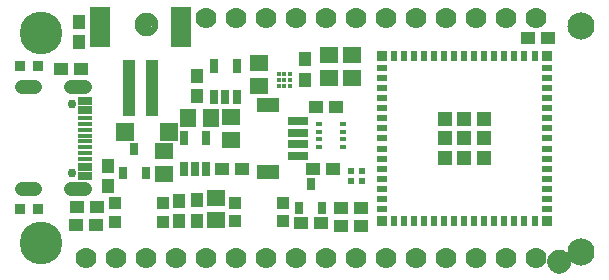
<source format=gbr>
G04 EAGLE Gerber RS-274X export*
G75*
%MOMM*%
%FSLAX34Y34*%
%LPD*%
%INSoldermask Top*%
%IPPOS*%
%AMOC8*
5,1,8,0,0,1.08239X$1,22.5*%
G01*
%ADD10C,2.301600*%
%ADD11R,1.601600X1.341600*%
%ADD12C,1.101600*%
%ADD13C,0.469900*%
%ADD14C,3.617600*%
%ADD15R,0.651600X1.301600*%
%ADD16R,1.501600X1.501600*%
%ADD17C,1.778000*%
%ADD18R,1.101600X4.701600*%
%ADD19R,1.701600X3.501600*%
%ADD20R,0.901600X0.901600*%
%ADD21R,1.176600X1.101600*%
%ADD22R,1.001600X1.001600*%
%ADD23R,1.101600X1.176600*%
%ADD24R,1.341600X1.601600*%
%ADD25R,0.736600X1.117600*%
%ADD26R,1.251600X0.676600*%
%ADD27R,1.251600X0.376600*%
%ADD28C,1.209600*%
%ADD29C,0.751600*%
%ADD30R,0.508000X0.914400*%
%ADD31R,0.914400X0.508000*%
%ADD32R,0.914400X0.914400*%
%ADD33R,1.295400X1.295400*%
%ADD34C,0.376600*%
%ADD35R,1.651600X0.701600*%
%ADD36R,1.901600X1.301600*%
%ADD37R,0.601600X0.601600*%
%ADD38R,0.601600X0.451600*%


D10*
X482600Y18415D03*
X482600Y209550D03*
D11*
X129432Y103430D03*
X129432Y84430D03*
X173378Y64018D03*
X173378Y45018D03*
D12*
X114300Y210820D03*
D13*
X121800Y210820D02*
X121798Y211001D01*
X121791Y211182D01*
X121780Y211363D01*
X121765Y211544D01*
X121745Y211724D01*
X121721Y211904D01*
X121693Y212083D01*
X121660Y212261D01*
X121623Y212438D01*
X121582Y212615D01*
X121537Y212790D01*
X121487Y212965D01*
X121433Y213138D01*
X121375Y213309D01*
X121313Y213480D01*
X121246Y213648D01*
X121176Y213815D01*
X121102Y213981D01*
X121023Y214144D01*
X120941Y214305D01*
X120855Y214465D01*
X120765Y214622D01*
X120671Y214777D01*
X120574Y214930D01*
X120472Y215080D01*
X120368Y215228D01*
X120259Y215374D01*
X120148Y215516D01*
X120032Y215656D01*
X119914Y215793D01*
X119792Y215928D01*
X119667Y216059D01*
X119539Y216187D01*
X119408Y216312D01*
X119273Y216434D01*
X119136Y216552D01*
X118996Y216668D01*
X118854Y216779D01*
X118708Y216888D01*
X118560Y216992D01*
X118410Y217094D01*
X118257Y217191D01*
X118102Y217285D01*
X117945Y217375D01*
X117785Y217461D01*
X117624Y217543D01*
X117461Y217622D01*
X117295Y217696D01*
X117128Y217766D01*
X116960Y217833D01*
X116789Y217895D01*
X116618Y217953D01*
X116445Y218007D01*
X116270Y218057D01*
X116095Y218102D01*
X115918Y218143D01*
X115741Y218180D01*
X115563Y218213D01*
X115384Y218241D01*
X115204Y218265D01*
X115024Y218285D01*
X114843Y218300D01*
X114662Y218311D01*
X114481Y218318D01*
X114300Y218320D01*
X121800Y210820D02*
X121798Y210639D01*
X121791Y210458D01*
X121780Y210277D01*
X121765Y210096D01*
X121745Y209916D01*
X121721Y209736D01*
X121693Y209557D01*
X121660Y209379D01*
X121623Y209202D01*
X121582Y209025D01*
X121537Y208850D01*
X121487Y208675D01*
X121433Y208502D01*
X121375Y208331D01*
X121313Y208160D01*
X121246Y207992D01*
X121176Y207825D01*
X121102Y207659D01*
X121023Y207496D01*
X120941Y207335D01*
X120855Y207175D01*
X120765Y207018D01*
X120671Y206863D01*
X120574Y206710D01*
X120472Y206560D01*
X120368Y206412D01*
X120259Y206266D01*
X120148Y206124D01*
X120032Y205984D01*
X119914Y205847D01*
X119792Y205712D01*
X119667Y205581D01*
X119539Y205453D01*
X119408Y205328D01*
X119273Y205206D01*
X119136Y205088D01*
X118996Y204972D01*
X118854Y204861D01*
X118708Y204752D01*
X118560Y204648D01*
X118410Y204546D01*
X118257Y204449D01*
X118102Y204355D01*
X117945Y204265D01*
X117785Y204179D01*
X117624Y204097D01*
X117461Y204018D01*
X117295Y203944D01*
X117128Y203874D01*
X116960Y203807D01*
X116789Y203745D01*
X116618Y203687D01*
X116445Y203633D01*
X116270Y203583D01*
X116095Y203538D01*
X115918Y203497D01*
X115741Y203460D01*
X115563Y203427D01*
X115384Y203399D01*
X115204Y203375D01*
X115024Y203355D01*
X114843Y203340D01*
X114662Y203329D01*
X114481Y203322D01*
X114300Y203320D01*
X114119Y203322D01*
X113938Y203329D01*
X113757Y203340D01*
X113576Y203355D01*
X113396Y203375D01*
X113216Y203399D01*
X113037Y203427D01*
X112859Y203460D01*
X112682Y203497D01*
X112505Y203538D01*
X112330Y203583D01*
X112155Y203633D01*
X111982Y203687D01*
X111811Y203745D01*
X111640Y203807D01*
X111472Y203874D01*
X111305Y203944D01*
X111139Y204018D01*
X110976Y204097D01*
X110815Y204179D01*
X110655Y204265D01*
X110498Y204355D01*
X110343Y204449D01*
X110190Y204546D01*
X110040Y204648D01*
X109892Y204752D01*
X109746Y204861D01*
X109604Y204972D01*
X109464Y205088D01*
X109327Y205206D01*
X109192Y205328D01*
X109061Y205453D01*
X108933Y205581D01*
X108808Y205712D01*
X108686Y205847D01*
X108568Y205984D01*
X108452Y206124D01*
X108341Y206266D01*
X108232Y206412D01*
X108128Y206560D01*
X108026Y206710D01*
X107929Y206863D01*
X107835Y207018D01*
X107745Y207175D01*
X107659Y207335D01*
X107577Y207496D01*
X107498Y207659D01*
X107424Y207825D01*
X107354Y207992D01*
X107287Y208160D01*
X107225Y208331D01*
X107167Y208502D01*
X107113Y208675D01*
X107063Y208850D01*
X107018Y209025D01*
X106977Y209202D01*
X106940Y209379D01*
X106907Y209557D01*
X106879Y209736D01*
X106855Y209916D01*
X106835Y210096D01*
X106820Y210277D01*
X106809Y210458D01*
X106802Y210639D01*
X106800Y210820D01*
X106802Y211001D01*
X106809Y211182D01*
X106820Y211363D01*
X106835Y211544D01*
X106855Y211724D01*
X106879Y211904D01*
X106907Y212083D01*
X106940Y212261D01*
X106977Y212438D01*
X107018Y212615D01*
X107063Y212790D01*
X107113Y212965D01*
X107167Y213138D01*
X107225Y213309D01*
X107287Y213480D01*
X107354Y213648D01*
X107424Y213815D01*
X107498Y213981D01*
X107577Y214144D01*
X107659Y214305D01*
X107745Y214465D01*
X107835Y214622D01*
X107929Y214777D01*
X108026Y214930D01*
X108128Y215080D01*
X108232Y215228D01*
X108341Y215374D01*
X108452Y215516D01*
X108568Y215656D01*
X108686Y215793D01*
X108808Y215928D01*
X108933Y216059D01*
X109061Y216187D01*
X109192Y216312D01*
X109327Y216434D01*
X109464Y216552D01*
X109604Y216668D01*
X109746Y216779D01*
X109892Y216888D01*
X110040Y216992D01*
X110190Y217094D01*
X110343Y217191D01*
X110498Y217285D01*
X110655Y217375D01*
X110815Y217461D01*
X110976Y217543D01*
X111139Y217622D01*
X111305Y217696D01*
X111472Y217766D01*
X111640Y217833D01*
X111811Y217895D01*
X111982Y217953D01*
X112155Y218007D01*
X112330Y218057D01*
X112505Y218102D01*
X112682Y218143D01*
X112859Y218180D01*
X113037Y218213D01*
X113216Y218241D01*
X113396Y218265D01*
X113576Y218285D01*
X113757Y218300D01*
X113938Y218311D01*
X114119Y218318D01*
X114300Y218320D01*
D12*
X463768Y9976D03*
D13*
X471268Y9976D02*
X471266Y10157D01*
X471259Y10338D01*
X471248Y10519D01*
X471233Y10700D01*
X471213Y10880D01*
X471189Y11060D01*
X471161Y11239D01*
X471128Y11417D01*
X471091Y11594D01*
X471050Y11771D01*
X471005Y11946D01*
X470955Y12121D01*
X470901Y12294D01*
X470843Y12465D01*
X470781Y12636D01*
X470714Y12804D01*
X470644Y12971D01*
X470570Y13137D01*
X470491Y13300D01*
X470409Y13461D01*
X470323Y13621D01*
X470233Y13778D01*
X470139Y13933D01*
X470042Y14086D01*
X469940Y14236D01*
X469836Y14384D01*
X469727Y14530D01*
X469616Y14672D01*
X469500Y14812D01*
X469382Y14949D01*
X469260Y15084D01*
X469135Y15215D01*
X469007Y15343D01*
X468876Y15468D01*
X468741Y15590D01*
X468604Y15708D01*
X468464Y15824D01*
X468322Y15935D01*
X468176Y16044D01*
X468028Y16148D01*
X467878Y16250D01*
X467725Y16347D01*
X467570Y16441D01*
X467413Y16531D01*
X467253Y16617D01*
X467092Y16699D01*
X466929Y16778D01*
X466763Y16852D01*
X466596Y16922D01*
X466428Y16989D01*
X466257Y17051D01*
X466086Y17109D01*
X465913Y17163D01*
X465738Y17213D01*
X465563Y17258D01*
X465386Y17299D01*
X465209Y17336D01*
X465031Y17369D01*
X464852Y17397D01*
X464672Y17421D01*
X464492Y17441D01*
X464311Y17456D01*
X464130Y17467D01*
X463949Y17474D01*
X463768Y17476D01*
X471268Y9976D02*
X471266Y9795D01*
X471259Y9614D01*
X471248Y9433D01*
X471233Y9252D01*
X471213Y9072D01*
X471189Y8892D01*
X471161Y8713D01*
X471128Y8535D01*
X471091Y8358D01*
X471050Y8181D01*
X471005Y8006D01*
X470955Y7831D01*
X470901Y7658D01*
X470843Y7487D01*
X470781Y7316D01*
X470714Y7148D01*
X470644Y6981D01*
X470570Y6815D01*
X470491Y6652D01*
X470409Y6491D01*
X470323Y6331D01*
X470233Y6174D01*
X470139Y6019D01*
X470042Y5866D01*
X469940Y5716D01*
X469836Y5568D01*
X469727Y5422D01*
X469616Y5280D01*
X469500Y5140D01*
X469382Y5003D01*
X469260Y4868D01*
X469135Y4737D01*
X469007Y4609D01*
X468876Y4484D01*
X468741Y4362D01*
X468604Y4244D01*
X468464Y4128D01*
X468322Y4017D01*
X468176Y3908D01*
X468028Y3804D01*
X467878Y3702D01*
X467725Y3605D01*
X467570Y3511D01*
X467413Y3421D01*
X467253Y3335D01*
X467092Y3253D01*
X466929Y3174D01*
X466763Y3100D01*
X466596Y3030D01*
X466428Y2963D01*
X466257Y2901D01*
X466086Y2843D01*
X465913Y2789D01*
X465738Y2739D01*
X465563Y2694D01*
X465386Y2653D01*
X465209Y2616D01*
X465031Y2583D01*
X464852Y2555D01*
X464672Y2531D01*
X464492Y2511D01*
X464311Y2496D01*
X464130Y2485D01*
X463949Y2478D01*
X463768Y2476D01*
X463587Y2478D01*
X463406Y2485D01*
X463225Y2496D01*
X463044Y2511D01*
X462864Y2531D01*
X462684Y2555D01*
X462505Y2583D01*
X462327Y2616D01*
X462150Y2653D01*
X461973Y2694D01*
X461798Y2739D01*
X461623Y2789D01*
X461450Y2843D01*
X461279Y2901D01*
X461108Y2963D01*
X460940Y3030D01*
X460773Y3100D01*
X460607Y3174D01*
X460444Y3253D01*
X460283Y3335D01*
X460123Y3421D01*
X459966Y3511D01*
X459811Y3605D01*
X459658Y3702D01*
X459508Y3804D01*
X459360Y3908D01*
X459214Y4017D01*
X459072Y4128D01*
X458932Y4244D01*
X458795Y4362D01*
X458660Y4484D01*
X458529Y4609D01*
X458401Y4737D01*
X458276Y4868D01*
X458154Y5003D01*
X458036Y5140D01*
X457920Y5280D01*
X457809Y5422D01*
X457700Y5568D01*
X457596Y5716D01*
X457494Y5866D01*
X457397Y6019D01*
X457303Y6174D01*
X457213Y6331D01*
X457127Y6491D01*
X457045Y6652D01*
X456966Y6815D01*
X456892Y6981D01*
X456822Y7148D01*
X456755Y7316D01*
X456693Y7487D01*
X456635Y7658D01*
X456581Y7831D01*
X456531Y8006D01*
X456486Y8181D01*
X456445Y8358D01*
X456408Y8535D01*
X456375Y8713D01*
X456347Y8892D01*
X456323Y9072D01*
X456303Y9252D01*
X456288Y9433D01*
X456277Y9614D01*
X456270Y9795D01*
X456268Y9976D01*
X456270Y10157D01*
X456277Y10338D01*
X456288Y10519D01*
X456303Y10700D01*
X456323Y10880D01*
X456347Y11060D01*
X456375Y11239D01*
X456408Y11417D01*
X456445Y11594D01*
X456486Y11771D01*
X456531Y11946D01*
X456581Y12121D01*
X456635Y12294D01*
X456693Y12465D01*
X456755Y12636D01*
X456822Y12804D01*
X456892Y12971D01*
X456966Y13137D01*
X457045Y13300D01*
X457127Y13461D01*
X457213Y13621D01*
X457303Y13778D01*
X457397Y13933D01*
X457494Y14086D01*
X457596Y14236D01*
X457700Y14384D01*
X457809Y14530D01*
X457920Y14672D01*
X458036Y14812D01*
X458154Y14949D01*
X458276Y15084D01*
X458401Y15215D01*
X458529Y15343D01*
X458660Y15468D01*
X458795Y15590D01*
X458932Y15708D01*
X459072Y15824D01*
X459214Y15935D01*
X459360Y16044D01*
X459508Y16148D01*
X459658Y16250D01*
X459811Y16347D01*
X459966Y16441D01*
X460123Y16531D01*
X460283Y16617D01*
X460444Y16699D01*
X460607Y16778D01*
X460773Y16852D01*
X460940Y16922D01*
X461108Y16989D01*
X461279Y17051D01*
X461450Y17109D01*
X461623Y17163D01*
X461798Y17213D01*
X461973Y17258D01*
X462150Y17299D01*
X462327Y17336D01*
X462505Y17369D01*
X462684Y17397D01*
X462864Y17421D01*
X463044Y17441D01*
X463225Y17456D01*
X463406Y17467D01*
X463587Y17474D01*
X463768Y17476D01*
D14*
X25400Y203200D03*
X25400Y25400D03*
D15*
X145948Y88599D03*
X155448Y88599D03*
X164948Y88599D03*
X164948Y114601D03*
X145948Y114601D03*
D16*
X133308Y119888D03*
X96308Y119888D03*
D17*
X444500Y12700D03*
X419100Y12700D03*
X393700Y12700D03*
X368300Y12700D03*
X342900Y12700D03*
X317500Y12700D03*
X292100Y12700D03*
X266700Y12700D03*
X241300Y12700D03*
X215900Y12700D03*
X190500Y12700D03*
X165100Y12700D03*
X139700Y12700D03*
X114300Y12700D03*
X88900Y12700D03*
X63500Y12700D03*
D18*
X99220Y156675D03*
X119220Y156675D03*
D19*
X75220Y208675D03*
X143220Y208675D03*
D17*
X165100Y215900D03*
X190500Y215900D03*
X215900Y215900D03*
X241300Y215900D03*
X266700Y215900D03*
X292100Y215900D03*
X317500Y215900D03*
X342900Y215900D03*
X368300Y215900D03*
X393700Y215900D03*
X419100Y215900D03*
X444500Y215900D03*
D15*
X171602Y149559D03*
X181102Y149559D03*
X190602Y149559D03*
X190602Y175561D03*
X171602Y175561D03*
D20*
X22105Y54610D03*
X7105Y54610D03*
D21*
X54873Y41148D03*
X71873Y41148D03*
D11*
X209550Y158902D03*
X209550Y177902D03*
D22*
X128450Y59435D03*
X128450Y43435D03*
X87450Y43435D03*
X87450Y59435D03*
D20*
X7105Y175260D03*
X22105Y175260D03*
D23*
X57150Y212970D03*
X57150Y195970D03*
D11*
X185928Y113055D03*
X185928Y132055D03*
D21*
X178190Y88773D03*
X195190Y88773D03*
D24*
X149885Y131318D03*
X168885Y131318D03*
D25*
X104013Y105123D03*
X113513Y85123D03*
X94513Y85123D03*
D21*
X72127Y56642D03*
X55127Y56642D03*
D23*
X141732Y44332D03*
X141732Y61332D03*
X156718Y150250D03*
X156718Y167250D03*
D26*
X62120Y146300D03*
X62120Y138300D03*
D27*
X62120Y131800D03*
X62120Y126800D03*
X62120Y121800D03*
X62120Y116800D03*
X62120Y111800D03*
X62120Y106800D03*
X62120Y101800D03*
X62120Y96800D03*
D26*
X62120Y90300D03*
X62120Y82300D03*
D28*
X20110Y157500D02*
X9030Y157500D01*
X9030Y71100D02*
X20110Y71100D01*
X50830Y71100D02*
X61910Y71100D01*
X61910Y157500D02*
X50830Y157500D01*
D29*
X51370Y85400D03*
X51370Y143200D03*
D23*
X81915Y74304D03*
X81915Y91304D03*
D21*
X42300Y172720D03*
X59300Y172720D03*
D30*
X442849Y184300D03*
X442849Y44300D03*
X434349Y184300D03*
X434349Y44300D03*
X425849Y184300D03*
X425849Y44300D03*
X417349Y184300D03*
X417349Y44300D03*
X408849Y184300D03*
X408849Y44300D03*
X400349Y184300D03*
X400349Y44300D03*
X391849Y184300D03*
X391849Y44300D03*
X383349Y184300D03*
X383349Y44300D03*
X374849Y184300D03*
X374849Y44300D03*
X366349Y184300D03*
X366349Y44300D03*
X357849Y184300D03*
X357849Y44300D03*
X349349Y184300D03*
X349349Y44300D03*
X340849Y184300D03*
X340849Y44300D03*
X332349Y184300D03*
X332349Y44300D03*
X323849Y184300D03*
X323849Y44300D03*
D31*
X313349Y173800D03*
X313349Y165300D03*
X313349Y156800D03*
X313349Y148300D03*
X313349Y139800D03*
X313349Y131300D03*
X313349Y122800D03*
X313349Y114300D03*
X313349Y105800D03*
X313349Y97300D03*
X313349Y88800D03*
X313349Y80300D03*
X313349Y71800D03*
X313349Y63300D03*
X313349Y54800D03*
X453349Y173800D03*
X453349Y165300D03*
X453349Y156800D03*
X453349Y148300D03*
X453349Y139800D03*
X453349Y131300D03*
X453349Y122800D03*
X453349Y114300D03*
X453349Y105800D03*
X453349Y97300D03*
X453349Y88800D03*
X453349Y80300D03*
X453349Y71800D03*
X453349Y63300D03*
X453349Y54800D03*
D32*
X453349Y184300D03*
X453349Y44300D03*
D33*
X399849Y114300D03*
D32*
X313349Y184300D03*
X313349Y44300D03*
D33*
X383349Y114300D03*
X366849Y114300D03*
X399849Y130800D03*
X383349Y130800D03*
X366849Y130800D03*
X399849Y97800D03*
X383349Y97800D03*
X366849Y97800D03*
D22*
X230050Y60070D03*
X230050Y44070D03*
X189050Y44070D03*
X189050Y60070D03*
D34*
X226140Y158830D03*
X231140Y158830D03*
X236140Y158830D03*
X226140Y163830D03*
X231140Y163830D03*
X236140Y163830D03*
X226140Y168830D03*
X231140Y168830D03*
X236140Y168830D03*
D23*
X157480Y44840D03*
X157480Y61840D03*
D35*
X242920Y109300D03*
X242920Y119300D03*
X242920Y99300D03*
X242920Y129300D03*
D36*
X217438Y142300D03*
X217438Y86300D03*
D37*
X297100Y78050D03*
X297100Y87050D03*
X287100Y87050D03*
X287100Y78050D03*
D21*
X279155Y55245D03*
X296155Y55245D03*
X296155Y40005D03*
X279155Y40005D03*
D11*
X288290Y184760D03*
X288290Y165760D03*
X269240Y184760D03*
X269240Y165760D03*
D21*
X437270Y199390D03*
X454270Y199390D03*
X275200Y140970D03*
X258200Y140970D03*
D23*
X248920Y181220D03*
X248920Y164220D03*
D38*
X260260Y107090D03*
X260260Y113590D03*
X260260Y120090D03*
X260260Y126590D03*
X280760Y126590D03*
X280760Y120090D03*
X280760Y113590D03*
X280760Y107090D03*
D25*
X253365Y75405D03*
X262865Y55405D03*
X243865Y55405D03*
D21*
X244865Y42545D03*
X261865Y42545D03*
X272660Y88265D03*
X255660Y88265D03*
M02*

</source>
